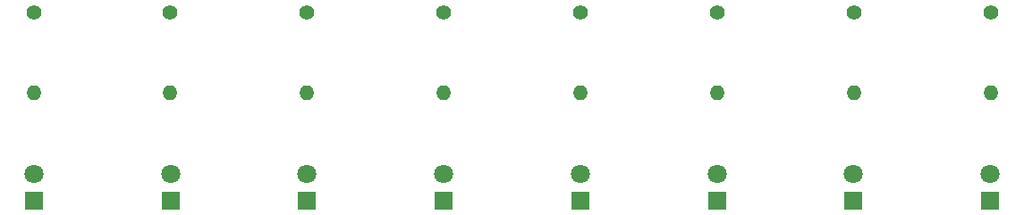
<source format=gbr>
%TF.GenerationSoftware,KiCad,Pcbnew,5.1.4-3.fc30*%
%TF.CreationDate,2019-10-13T17:27:32+02:00*%
%TF.ProjectId,LED_line,4c45445f-6c69-46e6-952e-6b696361645f,rev?*%
%TF.SameCoordinates,PX4531a5cPY39f1340*%
%TF.FileFunction,Copper,L1,Top*%
%TF.FilePolarity,Positive*%
%FSLAX46Y46*%
G04 Gerber Fmt 4.6, Leading zero omitted, Abs format (unit mm)*
G04 Created by KiCad (PCBNEW 5.1.4-3.fc30) date 2019-10-13 17:27:32*
%MOMM*%
%LPD*%
G04 APERTURE LIST*
%TA.AperFunction,ComponentPad*%
%ADD10C,1.800000*%
%TD*%
%TA.AperFunction,ComponentPad*%
%ADD11R,1.800000X1.800000*%
%TD*%
%TA.AperFunction,ComponentPad*%
%ADD12O,1.400000X1.400000*%
%TD*%
%TA.AperFunction,ComponentPad*%
%ADD13C,1.400000*%
%TD*%
G04 APERTURE END LIST*
D10*
%TO.P,D1,2*%
%TO.N,Net-(D1-Pad2)*%
X4279900Y-45453300D03*
D11*
%TO.P,D1,1*%
%TO.N,Net-(D1-Pad1)*%
X4279900Y-47993300D03*
%TD*%
D10*
%TO.P,D2,2*%
%TO.N,Net-(D2-Pad2)*%
X17213942Y-45453300D03*
D11*
%TO.P,D2,1*%
%TO.N,Net-(D1-Pad1)*%
X17213942Y-47993300D03*
%TD*%
D10*
%TO.P,D3,2*%
%TO.N,Net-(D3-Pad2)*%
X30147984Y-45453300D03*
D11*
%TO.P,D3,1*%
%TO.N,Net-(D1-Pad1)*%
X30147984Y-47993300D03*
%TD*%
D10*
%TO.P,D4,2*%
%TO.N,Net-(D4-Pad2)*%
X43082026Y-45453300D03*
D11*
%TO.P,D4,1*%
%TO.N,Net-(D1-Pad1)*%
X43082026Y-47993300D03*
%TD*%
D10*
%TO.P,D5,2*%
%TO.N,Net-(D5-Pad2)*%
X56016068Y-45453300D03*
D11*
%TO.P,D5,1*%
%TO.N,Net-(D1-Pad1)*%
X56016068Y-47993300D03*
%TD*%
D10*
%TO.P,D6,2*%
%TO.N,Net-(D6-Pad2)*%
X68950110Y-45453300D03*
D11*
%TO.P,D6,1*%
%TO.N,Net-(D1-Pad1)*%
X68950110Y-47993300D03*
%TD*%
D10*
%TO.P,D7,2*%
%TO.N,Net-(D7-Pad2)*%
X81884152Y-45453300D03*
D11*
%TO.P,D7,1*%
%TO.N,Net-(D1-Pad1)*%
X81884152Y-47993300D03*
%TD*%
D10*
%TO.P,D8,2*%
%TO.N,Net-(D8-Pad2)*%
X94818200Y-45453300D03*
D11*
%TO.P,D8,1*%
%TO.N,Net-(D1-Pad1)*%
X94818200Y-47993300D03*
%TD*%
D12*
%TO.P,R1,2*%
%TO.N,Net-(D1-Pad2)*%
X4254500Y-37744400D03*
D13*
%TO.P,R1,1*%
%TO.N,Net-(J1-Pad1)*%
X4254500Y-30124400D03*
%TD*%
D12*
%TO.P,R2,2*%
%TO.N,Net-(D2-Pad2)*%
X17195800Y-37744400D03*
D13*
%TO.P,R2,1*%
%TO.N,Net-(J2-Pad1)*%
X17195800Y-30124400D03*
%TD*%
D12*
%TO.P,R3,2*%
%TO.N,Net-(D3-Pad2)*%
X30137100Y-37744400D03*
D13*
%TO.P,R3,1*%
%TO.N,Net-(J3-Pad1)*%
X30137100Y-30124400D03*
%TD*%
D12*
%TO.P,R4,2*%
%TO.N,Net-(D4-Pad2)*%
X43078400Y-37744400D03*
D13*
%TO.P,R4,1*%
%TO.N,Net-(J4-Pad1)*%
X43078400Y-30124400D03*
%TD*%
D12*
%TO.P,R5,2*%
%TO.N,Net-(D5-Pad2)*%
X56019700Y-37744400D03*
D13*
%TO.P,R5,1*%
%TO.N,Net-(J5-Pad1)*%
X56019700Y-30124400D03*
%TD*%
D12*
%TO.P,R6,2*%
%TO.N,Net-(D6-Pad2)*%
X68961000Y-37744400D03*
D13*
%TO.P,R6,1*%
%TO.N,Net-(J6-Pad1)*%
X68961000Y-30124400D03*
%TD*%
D12*
%TO.P,R7,2*%
%TO.N,Net-(D7-Pad2)*%
X81902300Y-37744400D03*
D13*
%TO.P,R7,1*%
%TO.N,Net-(J7-Pad1)*%
X81902300Y-30124400D03*
%TD*%
D12*
%TO.P,R8,2*%
%TO.N,Net-(D8-Pad2)*%
X94843600Y-37744400D03*
D13*
%TO.P,R8,1*%
%TO.N,Net-(J8-Pad1)*%
X94843600Y-30124400D03*
%TD*%
M02*

</source>
